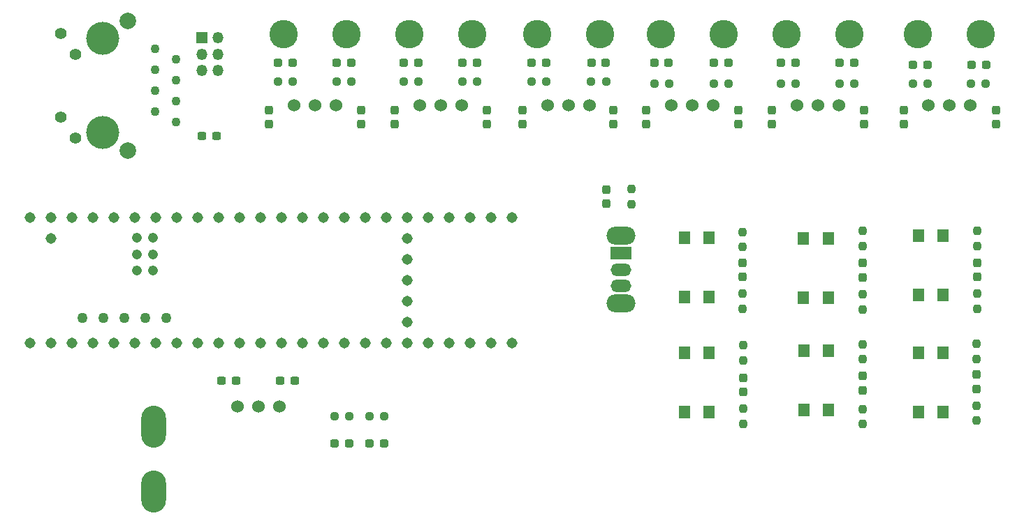
<source format=gts>
G04 #@! TF.GenerationSoftware,KiCad,Pcbnew,(6.0.8)*
G04 #@! TF.CreationDate,2022-11-19T16:10:13-06:00*
G04 #@! TF.ProjectId,Driveboard_2023,44726976-6562-46f6-9172-645f32303233,rev?*
G04 #@! TF.SameCoordinates,Original*
G04 #@! TF.FileFunction,Soldermask,Top*
G04 #@! TF.FilePolarity,Negative*
%FSLAX46Y46*%
G04 Gerber Fmt 4.6, Leading zero omitted, Abs format (unit mm)*
G04 Created by KiCad (PCBNEW (6.0.8)) date 2022-11-19 16:10:13*
%MOMM*%
%LPD*%
G01*
G04 APERTURE LIST*
G04 Aperture macros list*
%AMRoundRect*
0 Rectangle with rounded corners*
0 $1 Rounding radius*
0 $2 $3 $4 $5 $6 $7 $8 $9 X,Y pos of 4 corners*
0 Add a 4 corners polygon primitive as box body*
4,1,4,$2,$3,$4,$5,$6,$7,$8,$9,$2,$3,0*
0 Add four circle primitives for the rounded corners*
1,1,$1+$1,$2,$3*
1,1,$1+$1,$4,$5*
1,1,$1+$1,$6,$7*
1,1,$1+$1,$8,$9*
0 Add four rect primitives between the rounded corners*
20,1,$1+$1,$2,$3,$4,$5,0*
20,1,$1+$1,$4,$5,$6,$7,0*
20,1,$1+$1,$6,$7,$8,$9,0*
20,1,$1+$1,$8,$9,$2,$3,0*%
G04 Aperture macros list end*
%ADD10RoundRect,0.237500X0.300000X0.237500X-0.300000X0.237500X-0.300000X-0.237500X0.300000X-0.237500X0*%
%ADD11C,1.100000*%
%ADD12C,1.400000*%
%ADD13C,4.000000*%
%ADD14C,2.000000*%
%ADD15RoundRect,0.237500X0.287500X0.237500X-0.287500X0.237500X-0.287500X-0.237500X0.287500X-0.237500X0*%
%ADD16R,1.400000X1.600000*%
%ADD17RoundRect,0.237500X-0.237500X0.250000X-0.237500X-0.250000X0.237500X-0.250000X0.237500X0.250000X0*%
%ADD18RoundRect,0.237500X-0.287500X-0.237500X0.287500X-0.237500X0.287500X0.237500X-0.287500X0.237500X0*%
%ADD19RoundRect,0.237500X0.237500X-0.287500X0.237500X0.287500X-0.237500X0.287500X-0.237500X-0.287500X0*%
%ADD20RoundRect,0.237500X-0.250000X-0.237500X0.250000X-0.237500X0.250000X0.237500X-0.250000X0.237500X0*%
%ADD21RoundRect,0.237500X0.237500X-0.250000X0.237500X0.250000X-0.237500X0.250000X-0.237500X-0.250000X0*%
%ADD22C,1.308000*%
%ADD23C,1.258000*%
%ADD24C,1.208000*%
%ADD25O,3.500000X2.200000*%
%ADD26R,2.500000X1.500000*%
%ADD27O,2.500000X1.500000*%
%ADD28RoundRect,0.237500X0.250000X0.237500X-0.250000X0.237500X-0.250000X-0.237500X0.250000X-0.237500X0*%
%ADD29RoundRect,0.237500X-0.237500X0.287500X-0.237500X-0.287500X0.237500X-0.287500X0.237500X0.287500X0*%
%ADD30C,1.524000*%
%ADD31O,3.000000X5.100000*%
%ADD32R,1.350000X1.350000*%
%ADD33O,1.350000X1.350000*%
%ADD34RoundRect,0.237500X-0.300000X-0.237500X0.300000X-0.237500X0.300000X0.237500X-0.300000X0.237500X0*%
%ADD35C,3.450000*%
G04 APERTURE END LIST*
D10*
X159866500Y-83058000D03*
X158141500Y-83058000D03*
D11*
X150062500Y-42799000D03*
X152602500Y-44069000D03*
X150062500Y-45339000D03*
X152602500Y-46609000D03*
X150062500Y-47879000D03*
X152602500Y-49149000D03*
X150062500Y-50419000D03*
X152602500Y-51689000D03*
D12*
X138632500Y-40919000D03*
X140422500Y-43459000D03*
X138632500Y-51029000D03*
X140422500Y-53569000D03*
D13*
X143712500Y-41529000D03*
X143712500Y-52959000D03*
D14*
X146762500Y-39369000D03*
X146762500Y-55119000D03*
D15*
X204710000Y-44450000D03*
X202960000Y-44450000D03*
D16*
X228714750Y-86640750D03*
X228714750Y-79440750D03*
X231714750Y-86640750D03*
X231714750Y-79440750D03*
D17*
X249658000Y-86068500D03*
X249658000Y-87893500D03*
D18*
X171845000Y-90678000D03*
X173595000Y-90678000D03*
D19*
X251968000Y-51929000D03*
X251968000Y-50179000D03*
D18*
X225947000Y-44450000D03*
X227697000Y-44450000D03*
D16*
X228661500Y-65779500D03*
X228661500Y-72979500D03*
X231661500Y-65779500D03*
X231661500Y-72979500D03*
D10*
X157480000Y-53340000D03*
X155755000Y-53340000D03*
D15*
X173849000Y-44450000D03*
X172099000Y-44450000D03*
D19*
X204724000Y-61581000D03*
X204724000Y-59831000D03*
D18*
X180227000Y-44450000D03*
X181977000Y-44450000D03*
D19*
X220726000Y-51929000D03*
X220726000Y-50179000D03*
D20*
X225909500Y-46990000D03*
X227734500Y-46990000D03*
D21*
X249682000Y-66698500D03*
X249682000Y-64873500D03*
D19*
X194564000Y-51929000D03*
X194564000Y-50179000D03*
D20*
X164949500Y-46736000D03*
X166774500Y-46736000D03*
D17*
X207772000Y-59793500D03*
X207772000Y-61618500D03*
D20*
X241911500Y-46990000D03*
X243736500Y-46990000D03*
D18*
X241949000Y-44704000D03*
X243699000Y-44704000D03*
D16*
X214236750Y-79694750D03*
X214236750Y-86894750D03*
X217236750Y-79694750D03*
X217236750Y-86894750D03*
D22*
X137414000Y-78486000D03*
X139954000Y-78486000D03*
X142494000Y-78486000D03*
X145034000Y-78486000D03*
X170434000Y-78486000D03*
X139954000Y-63246000D03*
X180594000Y-73406000D03*
X147574000Y-78486000D03*
X150114000Y-78486000D03*
D23*
X141224000Y-75436000D03*
D22*
X152654000Y-78486000D03*
X155194000Y-78486000D03*
X157734000Y-78486000D03*
X160274000Y-78486000D03*
X162814000Y-78486000D03*
X165354000Y-78486000D03*
X167894000Y-78486000D03*
X167894000Y-63246000D03*
X165354000Y-63246000D03*
X162814000Y-63246000D03*
X160274000Y-63246000D03*
X157734000Y-63246000D03*
X155194000Y-63246000D03*
X152654000Y-63246000D03*
X150114000Y-63246000D03*
X147574000Y-63246000D03*
X145034000Y-63246000D03*
X142494000Y-63246000D03*
X172974000Y-78486000D03*
X175514000Y-78486000D03*
X178054000Y-78486000D03*
X180594000Y-78486000D03*
X183134000Y-78486000D03*
X185674000Y-78486000D03*
X188214000Y-78486000D03*
X190754000Y-78486000D03*
X193294000Y-78486000D03*
X193294000Y-63246000D03*
X190754000Y-63246000D03*
X188214000Y-63246000D03*
X185674000Y-63246000D03*
X183134000Y-63246000D03*
X180594000Y-63246000D03*
X178054000Y-63246000D03*
X175514000Y-63246000D03*
X172974000Y-63246000D03*
D23*
X146304000Y-75436000D03*
X143764000Y-75436000D03*
D22*
X134874000Y-78486000D03*
X170434000Y-63246000D03*
X137414000Y-63246000D03*
X180594000Y-70866000D03*
D24*
X149844000Y-67696000D03*
X147844000Y-67696000D03*
D22*
X180594000Y-65786000D03*
X180594000Y-68326000D03*
D24*
X147844000Y-65696000D03*
X149844000Y-65696000D03*
X149844000Y-69696000D03*
X147844000Y-69696000D03*
D23*
X148844000Y-75436000D03*
X151384000Y-75436000D03*
D22*
X180594000Y-75946000D03*
X134874000Y-63246000D03*
X137414000Y-65786000D03*
D19*
X179070000Y-51929000D03*
X179070000Y-50179000D03*
D21*
X221285500Y-66845750D03*
X221285500Y-65020750D03*
D17*
X235802750Y-86501250D03*
X235802750Y-88326250D03*
D19*
X240792000Y-51929000D03*
X240792000Y-50179000D03*
D21*
X235798250Y-66698500D03*
X235798250Y-64873500D03*
D20*
X195683500Y-46736000D03*
X197508500Y-46736000D03*
D16*
X242570000Y-86894750D03*
X242570000Y-79694750D03*
X245570000Y-79694750D03*
X245570000Y-86894750D03*
D17*
X221285500Y-72499750D03*
X221285500Y-74324750D03*
D18*
X195721000Y-44450000D03*
X197471000Y-44450000D03*
D17*
X249682000Y-72503000D03*
X249682000Y-74328000D03*
D19*
X163830000Y-51929000D03*
X163830000Y-50179000D03*
X190246000Y-51929000D03*
X190246000Y-50179000D03*
X209550000Y-51929000D03*
X209550000Y-50179000D03*
D25*
X206502000Y-65464000D03*
X206502000Y-73664000D03*
D26*
X206502000Y-67564000D03*
D27*
X206502000Y-69564000D03*
X206502000Y-71564000D03*
D28*
X173886500Y-46736000D03*
X172061500Y-46736000D03*
D15*
X234809000Y-44450000D03*
X233059000Y-44450000D03*
D16*
X242594000Y-72688000D03*
X242594000Y-65488000D03*
X245594000Y-65488000D03*
X245594000Y-72688000D03*
D29*
X235798250Y-68787000D03*
X235798250Y-70537000D03*
X235802750Y-82474750D03*
X235802750Y-84224750D03*
D18*
X176059500Y-90678000D03*
X177809500Y-90678000D03*
D20*
X176022000Y-87376000D03*
X177847000Y-87376000D03*
D15*
X250811000Y-44704000D03*
X249061000Y-44704000D03*
D20*
X210566000Y-46990000D03*
X212391000Y-46990000D03*
D29*
X221285500Y-68727250D03*
X221285500Y-70477250D03*
D15*
X219569000Y-44450000D03*
X217819000Y-44450000D03*
D28*
X219606500Y-46990000D03*
X217781500Y-46990000D03*
D21*
X249658000Y-80414500D03*
X249658000Y-78589500D03*
D20*
X171807500Y-87376000D03*
X173632500Y-87376000D03*
D28*
X234846500Y-46990000D03*
X233021500Y-46990000D03*
D17*
X221324750Y-86473000D03*
X221324750Y-88298000D03*
D16*
X214197500Y-72896000D03*
X214197500Y-65696000D03*
X217197500Y-72896000D03*
X217197500Y-65696000D03*
D17*
X235798250Y-72559500D03*
X235798250Y-74384500D03*
D15*
X189089000Y-44450000D03*
X187339000Y-44450000D03*
D19*
X235966000Y-51929000D03*
X235966000Y-50179000D03*
D29*
X249658000Y-82296000D03*
X249658000Y-84046000D03*
D28*
X204747500Y-46736000D03*
X202922500Y-46736000D03*
D29*
X249682000Y-68730500D03*
X249682000Y-70480500D03*
D30*
X160020000Y-86233000D03*
X162560000Y-86233000D03*
X165100000Y-86233000D03*
D28*
X250745000Y-46990000D03*
X248920000Y-46990000D03*
D21*
X221324750Y-80565000D03*
X221324750Y-78740000D03*
D19*
X175006000Y-51929000D03*
X175006000Y-50179000D03*
X205613000Y-51929000D03*
X205613000Y-50179000D03*
D18*
X164987000Y-44450000D03*
X166737000Y-44450000D03*
D20*
X180189500Y-46736000D03*
X182014500Y-46736000D03*
D31*
X149860000Y-88646000D03*
X149860000Y-96520000D03*
X149860000Y-96520000D03*
D28*
X189126500Y-46736000D03*
X187301500Y-46736000D03*
D32*
X155702000Y-41402000D03*
D33*
X157702000Y-41402000D03*
X155702000Y-43402000D03*
X157702000Y-43402000D03*
X155702000Y-45402000D03*
X157702000Y-45402000D03*
D34*
X165253500Y-83058000D03*
X166978500Y-83058000D03*
D29*
X221324750Y-82700500D03*
X221324750Y-84450500D03*
D18*
X210580000Y-44450000D03*
X212330000Y-44450000D03*
D19*
X224790000Y-51929000D03*
X224790000Y-50179000D03*
D21*
X235802750Y-80452250D03*
X235802750Y-78627250D03*
D35*
X242532500Y-41021000D03*
X250152500Y-41021000D03*
D30*
X248882500Y-49657000D03*
X246342500Y-49657000D03*
X243802500Y-49657000D03*
D35*
X218948000Y-41021000D03*
X211328000Y-41021000D03*
D30*
X217678000Y-49657000D03*
X215138000Y-49657000D03*
X212598000Y-49657000D03*
D35*
X203962000Y-41021000D03*
X196342000Y-41021000D03*
D30*
X202692000Y-49657000D03*
X200152000Y-49657000D03*
X197612000Y-49657000D03*
D35*
X173228000Y-41021000D03*
X165608000Y-41021000D03*
D30*
X171958000Y-49657000D03*
X169418000Y-49657000D03*
X166878000Y-49657000D03*
D35*
X188468000Y-41021000D03*
X180848000Y-41021000D03*
D30*
X187198000Y-49657000D03*
X184658000Y-49657000D03*
X182118000Y-49657000D03*
D35*
X234188000Y-41021000D03*
X226568000Y-41021000D03*
D30*
X232918000Y-49657000D03*
X230378000Y-49657000D03*
X227838000Y-49657000D03*
M02*

</source>
